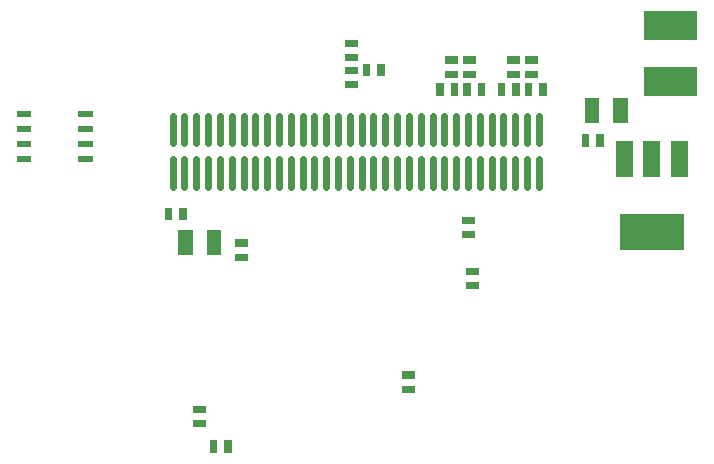
<source format=gbr>
G04 Title: RX Daughterboard, solder paste, solder side *
G04 Creator: pcb-bin 1.99q *
G04 CreationDate: Thu Apr 28 23:14:29 2005 UTC *
G04 For: matt *
G04 Format: Gerber/RS-274X *
G04 PCB-Dimensions: 275000 250000 *
G04 PCB-Coordinate-Origin: lower left *
%MOIN*%
%FSLAX24Y24*%
%IPPOS*%
%ADD11C,0.0400*%
%ADD12C,0.0080*%
%ADD13C,0.0239*%
%ADD14C,0.0140*%
%ADD15C,0.0300*%
%ADD16C,0.0600*%
%ADD17C,0.0250*%
%ADD18C,0.0450*%
%ADD19C,0.0140*%
%ADD20C,0.0299*%
%ADD21C,0.0100*%
%ADD22C,0.0110*%
%ADD23C,0.0249*%
%ADD24R,0.0240X0.0240*%
%ADD25R,0.0440X0.0440*%
%ADD26R,0.0300X0.0300*%
%ADD27C,0.0060*%
%ADD28C,0.0080*%
%ADD29C,0.0800*%
%ADD30C,0.0860*%
%ADD31C,0.1100X0.0800*%
%ADD32C,0.1100*%
%ADD33C,0.0110*%
%AMTHERM1*7,0,0,0.1100,0.0800,0.0110,45*%
%ADD34THERM1*%
%ADD35R,0.0970X0.0970*%
%ADD36R,0.1170X0.1170*%
%ADD37R,0.1030X0.1030*%
%ADD38C,0.0200*%
%ADD39R,0.0560X0.0560*%
%ADD40R,0.0860X0.0860*%
%ADD41R,0.0620X0.0620*%
%ADD42R,0.1220X0.1220*%
%ADD43R,0.1520X0.1520*%
%ADD44R,0.1280X0.1280*%
%ADD45R,0.0340X0.0340*%
%ADD46R,0.0640X0.0640*%
%ADD47R,0.0400X0.0400*%
%ADD48R,0.0540X0.0540*%
%ADD49R,0.0480X0.0480*%
%ADD50R,0.0680X0.0680*%
%ADD51R,0.0200X0.0200*%
%ADD52R,0.0500X0.0500*%
%ADD53R,0.0600X0.0600*%
%ADD54R,0.0660X0.0660*%
%ADD55R,0.0900X0.0900X0.0600X0.0600*%
%ADD56R,0.0900X0.0900*%
%ADD57C,0.0600*%
%ADD58C,0.0660*%
%AMTHERM2*7,0,0,0.0900,0.0600,0.0100,45*%
%ADD59THERM2*%
%ADD60C,0.0900X0.0600*%
%ADD61C,0.0900*%
%ADD62R,0.0150X0.0150*%
%ADD63R,0.0450X0.0450*%
%ADD64R,0.0210X0.0210*%
%ADD65C,0.0410*%
%ADD66C,0.0170*%
%ADD67R,0.1610X0.1610*%
%ADD68R,0.1910X0.1910*%
%ADD69R,0.1670X0.1670*%
%ADD70C,0.0720*%
%ADD71C,0.0920X0.0720*%
%ADD72C,0.0920*%
%ADD73C,0.0240*%
%ADD74C,0.0340*%
%ADD75C,0.1320*%
%ADD76C,0.1520*%
%ADD77C,0.1520X0.1320*%
%ADD78C,0.0600*%
%ADD79C,0.0125*%
%AMTHERM3*7,0,0,0.0800,0.0600,0.0125,45*%
%ADD80THERM3*%
%ADD81C,0.0800*%
%ADD82C,0.0800X0.0600*%
%ADD83C,0.0350*%
%ADD84C,0.0100*%
%AMTHERM4*7,0,0,0.0510,0.0350,0.0100,45*%
%ADD85THERM4*%
%ADD86C,0.0510*%
%ADD87C,0.0510X0.0350*%
%ADD88C,0.0360*%
%ADD89C,0.0520*%
%ADD90C,0.0520X0.0360*%
%AMTHERM5*7,0,0,0.0799,0.0600,0.0125,45*%
%ADD91THERM5*%
%ADD92C,0.0799*%
%ADD93C,0.0799X0.0600*%
%ADD94C,0.0090*%
%AMTHERM6*7,0,0,0.0520,0.0360,0.0090,45*%
%ADD95THERM6*%
%ADD96C,0.0310*%
%ADD97C,0.0080*%
%AMTHERM7*7,0,0,0.0469,0.0310,0.0080,45*%
%ADD98THERM7*%
%ADD99C,0.0469*%
%ADD100C,0.0469X0.0310*%
%AMTHERM8*7,0,0,0.0510,0.0350,0.0100,45*%
%ADD101THERM8*%
%ADD102C,0.0510*%
%ADD103C,0.0510X0.0350*%
%LNGROUP_3*%
%LPD*%
G01X0Y0D02*
G54D24*X15360Y16910D02*X15540D01*
X15360Y17390D02*X15540D01*
X23260Y15140D02*Y14960D01*
X23740Y15140D02*Y14960D01*
X11710Y11160D02*X11890D01*
X11710Y11640D02*X11890D01*
G54D35*X25710Y17010D02*X26490D01*
X25710Y18890D02*X26490D01*
G54D39*X24570Y14770D02*Y14110D01*
X25470Y14770D02*Y14110D01*
X26380Y14770D02*Y14110D01*
G54D42*X25020Y12000D02*X25920D01*
G54D24*X17260Y6760D02*X17440D01*
X17260Y7240D02*X17440D01*
X9360Y12690D02*Y12510D01*
X9840Y12690D02*Y12510D01*
G54D49*X23470Y16230D02*Y15870D01*
X24430Y16230D02*Y15870D01*
G54D24*X19410Y10690D02*X19590D01*
X19410Y10210D02*X19590D01*
X15960Y17490D02*Y17310D01*
X16440Y17490D02*Y17310D01*
X19260Y11910D02*X19440D01*
X19260Y12390D02*X19440D01*
G54D51*X4410Y14450D02*X4690D01*
X4410Y14950D02*X4690D01*
X4410Y15450D02*X4690D01*
X4410Y15950D02*X4690D01*
X6450D02*X6730D01*
X6450Y15450D02*X6730D01*
X6450Y14950D02*X6730D01*
X6450Y14450D02*X6730D01*
G54D24*X20940Y16840D02*Y16660D01*
X20460Y16840D02*Y16660D01*
X21360Y17740D02*X21540D01*
X21360Y17260D02*X21540D01*
X21360Y16840D02*Y16660D01*
X21840Y16840D02*Y16660D01*
X15360Y18290D02*X15540D01*
X15360Y17810D02*X15540D01*
X18710Y17740D02*X18890D01*
X18710Y17260D02*X18890D01*
X11340Y4940D02*Y4760D01*
X10860Y4940D02*Y4760D01*
X10310Y5610D02*X10490D01*
X10310Y6090D02*X10490D01*
G54D49*X9920Y11830D02*Y11470D01*
X10880Y11830D02*Y11470D01*
G54D24*X19310Y16840D02*Y16660D01*
X19790Y16840D02*Y16660D01*
G54D73*X9499Y14428D02*Y13518D01*
X21704Y15881D02*Y14971D01*
X10286Y14428D02*Y13518D01*
X9893Y14428D02*Y13518D01*
X10680Y14428D02*Y13518D01*
X9499Y15881D02*Y14971D01*
X11074Y14428D02*Y13518D01*
X10286Y15881D02*Y14971D01*
X11467Y14428D02*Y13518D01*
X10680Y15881D02*Y14971D01*
X11861Y14428D02*Y13518D01*
X11074Y15881D02*Y14971D01*
X12255Y14428D02*Y13518D01*
X11467Y15881D02*Y14971D01*
X12648Y14428D02*Y13518D01*
X11861Y15881D02*Y14971D01*
X13042Y14428D02*Y13518D01*
X12255Y15881D02*Y14971D01*
X13436Y14428D02*Y13518D01*
X12648Y15881D02*Y14971D01*
X13042Y15881D02*Y14971D01*
X13436Y15881D02*Y14971D01*
X13830Y15881D02*Y14971D01*
X14223Y15881D02*Y14971D01*
X14617Y15881D02*Y14971D01*
X15011Y15881D02*Y14971D01*
X15404Y15881D02*Y14971D01*
X15798Y15881D02*Y14971D01*
X16192Y15881D02*Y14971D01*
X16585Y15881D02*Y14971D01*
X16979Y15881D02*Y14971D01*
X17373Y15881D02*Y14971D01*
X17767Y15881D02*Y14971D01*
X18160Y15881D02*Y14971D01*
X18554Y15881D02*Y14971D01*
X19341Y15881D02*Y14971D01*
X18948Y15881D02*Y14971D01*
X19735Y15881D02*Y14971D01*
X20129Y15881D02*Y14971D01*
X20522Y15881D02*Y14971D01*
X20916Y15881D02*Y14971D01*
X9893Y15881D02*Y14971D01*
X13830Y14428D02*Y13518D01*
X14223Y14428D02*Y13518D01*
X14617Y14428D02*Y13518D01*
X15011Y14428D02*Y13518D01*
X15404Y14428D02*Y13518D01*
X15798Y14428D02*Y13518D01*
X16192Y14428D02*Y13518D01*
X16585Y14428D02*Y13518D01*
X16979Y14428D02*Y13518D01*
X17373Y14428D02*Y13518D01*
X17767Y14428D02*Y13518D01*
X18160Y14428D02*Y13518D01*
X18554Y14428D02*Y13518D01*
X18948Y14428D02*Y13518D01*
X19341Y14428D02*Y13518D01*
X19735Y14428D02*Y13518D01*
X20129Y14428D02*Y13518D01*
X20522Y14428D02*Y13518D01*
X20916Y14428D02*Y13518D01*
X21310Y14428D02*Y13518D01*
X21704Y14428D02*Y13518D01*
X21310Y15881D02*Y14971D01*
G54D24*X19310Y17740D02*X19490D01*
X19310Y17260D02*X19490D01*
X20760Y17740D02*X20940D01*
X20760Y17260D02*X20940D01*
X18890Y16840D02*Y16660D01*
X18410Y16840D02*Y16660D01*
M02*

</source>
